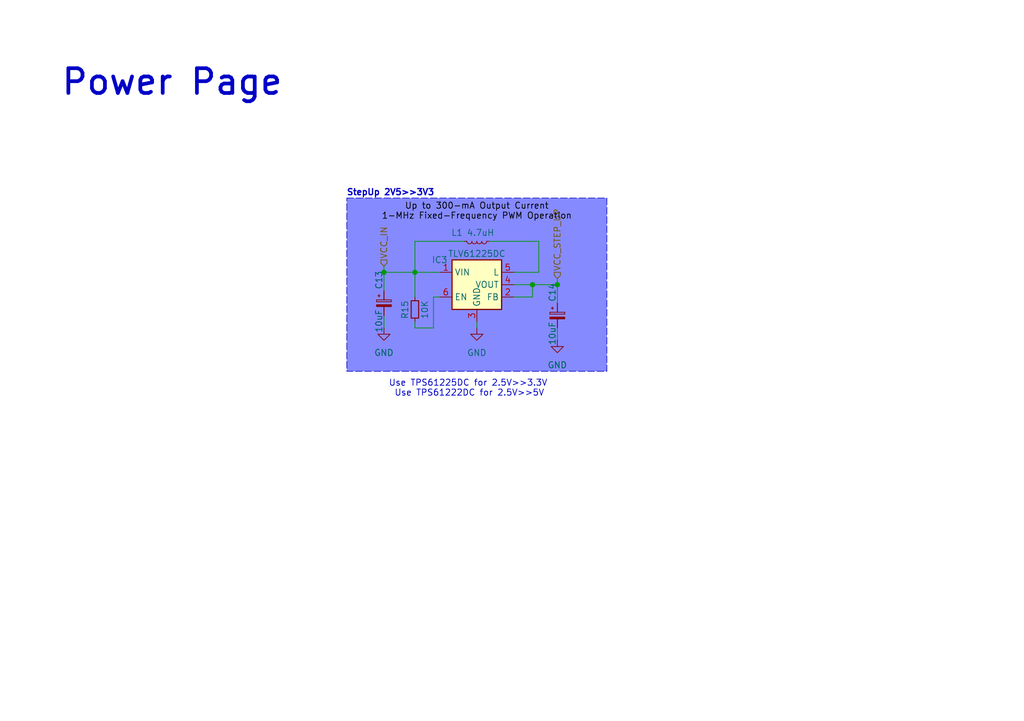
<source format=kicad_sch>
(kicad_sch (version 20231120) (generator "eeschema") (generator_version "8.0")
  (paper "A5")
  (title_block (title "${project_name} ${project_version}") (date "2024-12-02") (rev "${project_version}") (company "${project_creator}") (comment 1 "${project_license}"))
  (lib_symbols
    (symbol "Device:C_Polarized_Small" (pin_numbers hide) (pin_names (offset 0.254) hide)
      (property "Reference" "C" (at 0.254 1.778 0))
      (property "Value" "C_Polarized_Small" (at 0.254 -2.032 0))
      (symbol "C_Polarized_Small_0_1"
        (rectangle (start -1.524 -0.3048) (end 1.524 -0.6858) (fill (type outline)))
        (rectangle (start -1.524 0.6858) (end 1.524 0.3048))
        (polyline (pts (xy -1.27 1.524) (xy -0.762 1.524)))
        (polyline (pts (xy -1.016 1.27) (xy -1.016 1.778)))
      )
      (symbol "C_Polarized_Small_1_1"
        (pin passive line (at 0 2.54 270) (length 1.8542) (name "~") (number "1"))
        (pin passive line (at 0 -2.54 90) (length 1.8542) (name "~") (number "2"))
      )
    )
    (symbol "Device:L_Small" (pin_numbers hide) (pin_names (offset 0.254) hide)
      (property "Reference" "L" (at 0.762 1.016 0))
      (property "Value" "L_Small" (at 0.762 -1.016 0))
      (symbol "L_Small_0_1"
        (arc (start 0 -2.032) (mid 0.5058 -1.524) (end 0 -1.016))
        (arc (start 0 -1.016) (mid 0.5058 -0.508) (end 0 0))
        (arc (start 0 0) (mid 0.5058 0.508) (end 0 1.016))
        (arc (start 0 1.016) (mid 0.5058 1.524) (end 0 2.032))
      )
      (symbol "L_Small_1_1"
        (pin passive line (at 0 2.54 270) (length 0.508) (name "~") (number "1"))
        (pin passive line (at 0 -2.54 90) (length 0.508) (name "~") (number "2"))
      )
    )
    (symbol "Device:R_Small" (pin_numbers hide) (pin_names (offset 0.254) hide)
      (property "Reference" "R" (at 0.762 0.508 0))
      (property "Value" "R_Small" (at 0.762 -1.016 0))
      (symbol "R_Small_0_1"
        (rectangle (start -0.762 1.778) (end 0.762 -1.778) (stroke (width 0.2032)))
      )
      (symbol "R_Small_1_1"
        (pin passive line (at 0 2.54 270) (length 0.762) (name "~") (number "1"))
        (pin passive line (at 0 -2.54 90) (length 0.762) (name "~") (number "2"))
      )
    )
    (symbol "GND_1" (power) (pin_numbers hide) (pin_names (offset 0) hide)
      (property "Value" "GND" (at 0 -3.81 0))
      (symbol "GND_1_0_1"
        (polyline (pts (xy 0 0) (xy 0 -1.27) (xy 1.27 -1.27) (xy 0 -2.54) (xy -1.27 -1.27) (xy 0 -1.27)))
      )
      (symbol "GND_1_1_1"
        (pin power_in line (at 0 0 270) (length 0) (name "~") (number "1"))
      )
    )
    (symbol "Regulator_Switching:TLV61225DC"
      (property "Reference" "U" (at -5.08 6.35 0))
      (property "Value" "TLV61225DC" (at 0 6.35 0))
      (symbol "TLV61225DC_0_1"
        (rectangle (start -5.08 5.08) (end 5.08 -5.08) (stroke (width 0.254)) (fill (type background)))
      )
      (symbol "TLV61225DC_1_1"
        (pin power_in line (at -7.62 2.54 0) (length 2.54) (name "VIN") (number "1"))
        (pin input line (at 7.62 -2.54 180) (length 2.54) (name "FB") (number "2"))
        (pin power_in line (at 0 -7.62 90) (length 2.54) (name "GND") (number "3"))
        (pin power_out line (at 7.62 0 180) (length 2.54) (name "VOUT") (number "4"))
        (pin input line (at 7.62 2.54 180) (length 2.54) (name "L") (number "5"))
        (pin input line (at -7.62 -2.54 0) (length 2.54) (name "EN") (number "6"))
      )
    )
  )
  (junction (at 78.74 55.88))
  (junction (at 114.3 58.42))
  (junction (at 109.22 58.42))
  (junction (at 85.09 55.88))
  (wire (pts (xy 109.22 60.96) (xy 109.22 58.42)))
  (wire (pts (xy 97.79 66.04) (xy 97.79 67.31)))
  (wire (pts (xy 85.09 55.88) (xy 85.09 60.96)))
  (wire (pts (xy 109.22 58.42) (xy 114.3 58.42)))
  (wire (pts (xy 78.74 55.88) (xy 78.74 59.69)))
  (wire (pts (xy 78.74 54.61) (xy 78.74 55.88)))
  (wire (pts (xy 105.41 58.42) (xy 109.22 58.42)))
  (wire (pts (xy 114.3 58.42) (xy 114.3 62.23)))
  (wire (pts (xy 105.41 60.96) (xy 109.22 60.96)))
  (wire (pts (xy 88.9 60.96) (xy 90.17 60.96)))
  (wire (pts (xy 85.09 55.88) (xy 90.17 55.88)))
  (wire (pts (xy 78.74 55.88) (xy 85.09 55.88)))
  (wire (pts (xy 85.09 67.31) (xy 88.9 67.31)))
  (wire (pts (xy 114.3 57.15) (xy 114.3 58.42)))
  (wire (pts (xy 78.74 64.77) (xy 78.74 67.31)))
  (wire (pts (xy 85.09 49.53) (xy 85.09 55.88)))
  (wire (pts (xy 110.49 55.88) (xy 105.41 55.88)))
  (wire (pts (xy 85.09 66.04) (xy 85.09 67.31)))
  (wire (pts (xy 114.3 69.85) (xy 114.3 67.31)))
  (wire (pts (xy 95.25 49.53) (xy 85.09 49.53)))
  (wire (pts (xy 88.9 67.31) (xy 88.9 60.96)))
  (wire (pts (xy 100.33 49.53) (xy 110.49 49.53)))
  (wire (pts (xy 110.49 49.53) (xy 110.49 55.88)))
  (rectangle (start 71.12 40.64) (end 124.46 76.2) (stroke (width 0.127) (type dash)) (fill (type color) (color 0 12 255 0.48)))
  (text "Up to 300-mA Output Current\n1-MHz Fixed-Frequency PWM Operation" (at 97.79 43.434 0) (effects (font (size 1.27 1.27))))
  (text "Use TPS61222DC for 2.5V>>5V" (at 96.266 80.772 0) (effects (font (size 1.27 1.27))))
  (text "Power Page" (at 35.306 17.018 0) (effects (font (size 5.08 5.08) (thickness 0.762) (bold yes))))
  (text "StepUp 2V5>>3V3" (at 89.154 40.386 0) (effects (font (size 1.27 1.27) (bold yes)) (justify right bottom)))
  (text "Use TPS61225DC for 2.5V>>3.3V" (at 96.012 78.74 0) (effects (font (size 1.27 1.27))))
  (hierarchical_label "VCC_IN" (shape input) (at 78.74 54.61 90))
  (hierarchical_label "VCC_STEP_UP" (shape input) (at 114.3 57.15 90))
  (symbol (lib_id "Device:R_Small") (at 85.09 63.5 0) (unit 1)
    (property "Reference" "R15" (at 83.058 65.532 90) (effects (justify left)))
    (property "Value" "10K" (at 87.122 65.532 90) (effects (justify left)))
    (property "Footprint" "Resistor_SMD:R_0402_1005Metric" (effects (hide yes)))
    (property "Description" "Resistor, small symbol" (effects (hide yes)))
    (property "MPN" " RC0603FR-071K1L" (effects (hide yes)))
    (property "Mouser" "603-RC0603FR-071K1L" (effects (hide yes)))
  )
  (symbol (lib_name "GND_1") (lib_id "power:GND") (at 97.79 67.31 0) (unit 1)
    (property "Reference" "#PWR04" (effects (hide yes)))
    (property "Value" "GND" (at 97.79 72.39 0))
    (property "Description" "Power symbol creates a global label with name \"GND\" , ground" (effects (hide yes)))
  )
  (symbol (lib_id "Regulator_Switching:TLV61225DC") (at 97.79 58.42 0) (unit 1)
    (property "Reference" "IC3" (at 90.17 53.34 0))
    (property "Value" "TLV61225DC" (at 97.79 52.07 0))
    (property "Footprint" "Package_TO_SOT_SMD:SOT-363_SC-70-6" (effects (hide yes)))
    (property "Datasheet" "https://www.ti.com/lit/ds/symlink/tlv61225.pdf" (effects (hide yes)))
    (property "Description" "Fixed 3.3V Output Voltage Boost Converter with Power Diode and Isolation Switch, 5uA Quiescent Current, SOT-363" (effects (hide yes)))
  )
  (symbol (lib_id "Device:C_Polarized_Small") (at 78.74 62.23 0) (unit 1)
    (property "Reference" "C13" (at 77.724 59.436 90) (effects (justify left)))
    (property "Value" "10uF" (at 77.724 68.326 90) (effects (justify left)))
    (property "Footprint" "Capacitor_SMD:C_0603_1608Metric" (effects (hide yes)))
    (property "Datasheet" "TAJA106K016RNJ" (effects (hide yes)))
    (property "Description" "Polarized capacitor, small symbol" (effects (hide yes)))
  )
  (symbol (lib_name "GND_1") (lib_id "power:GND") (at 114.3 69.85 0) (unit 1)
    (property "Reference" "#PWR06" (effects (hide yes)))
    (property "Value" "GND" (at 114.3 74.93 0))
    (property "Description" "Power symbol creates a global label with name \"GND\" , ground" (effects (hide yes)))
  )
  (symbol (lib_id "Device:L_Small") (at 97.79 49.53 270) (unit 1)
    (property "Reference" "L1" (at 93.726 47.752 90))
    (property "Value" "4.7uH" (at 98.552 47.752 90))
    (property "Footprint" "Inductor_SMD:L_0603_1608Metric" (effects (hide yes)))
  )
  (symbol (lib_id "Device:C_Polarized_Small") (at 114.3 64.77 0) (unit 1)
    (property "Reference" "C14" (at 113.284 61.976 90) (effects (justify left)))
    (property "Value" "10uF" (at 113.284 70.866 90) (effects (justify left)))
    (property "Footprint" "Capacitor_SMD:C_0603_1608Metric" (effects (hide yes)))
    (property "Datasheet" "TAJA106K016RNJ" (effects (hide yes)))
    (property "Description" "Polarized capacitor, small symbol" (effects (hide yes)))
  )
  (symbol (lib_name "GND_1") (lib_id "power:GND") (at 78.74 67.31 0) (unit 1)
    (property "Reference" "#PWR03" (effects (hide yes)))
    (property "Value" "GND" (at 78.74 72.39 0))
    (property "Description" "Power symbol creates a global label with name \"GND\" , ground" (effects (hide yes)))
  )
)
</source>
